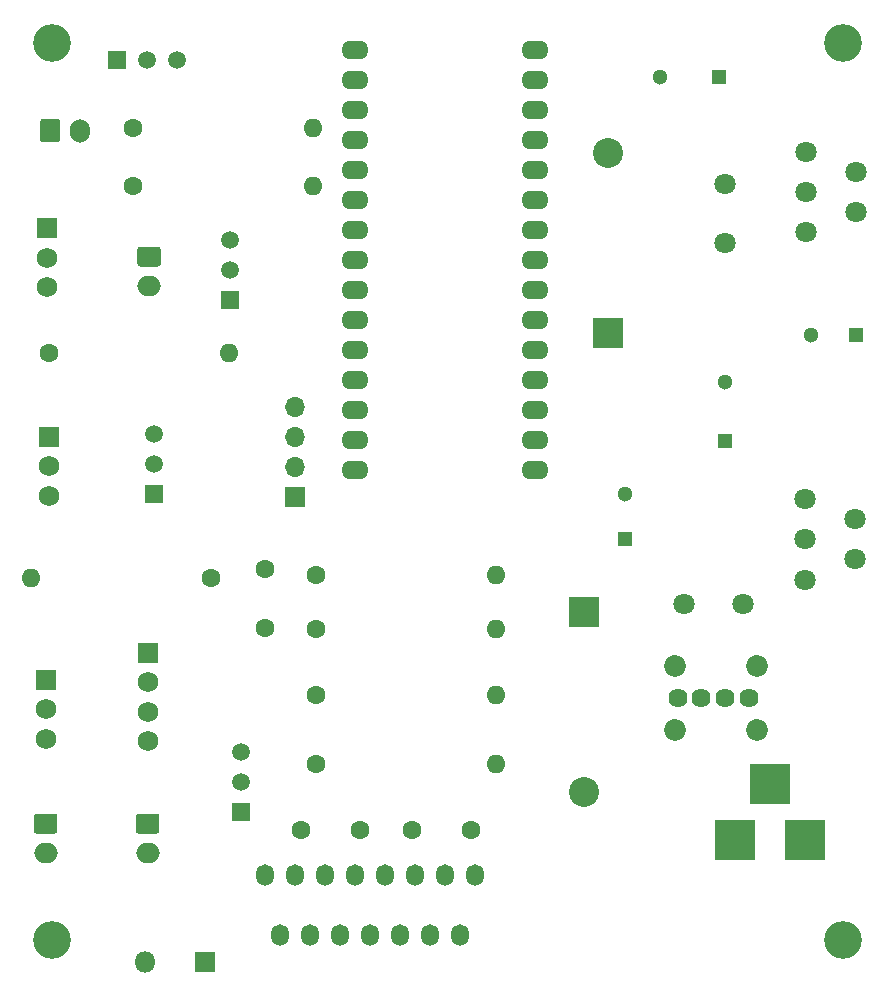
<source format=gbr>
%TF.GenerationSoftware,KiCad,Pcbnew,5.1.7-a382d34a8~88~ubuntu20.04.1*%
%TF.CreationDate,2020-11-25T22:11:35+00:00*%
%TF.ProjectId,flypi,666c7970-692e-46b6-9963-61645f706362,rev?*%
%TF.SameCoordinates,Original*%
%TF.FileFunction,Soldermask,Top*%
%TF.FilePolarity,Negative*%
%FSLAX46Y46*%
G04 Gerber Fmt 4.6, Leading zero omitted, Abs format (unit mm)*
G04 Created by KiCad (PCBNEW 5.1.7-a382d34a8~88~ubuntu20.04.1) date 2020-11-25 22:11:35*
%MOMM*%
%LPD*%
G01*
G04 APERTURE LIST*
%ADD10C,3.200000*%
%ADD11C,1.520000*%
%ADD12R,1.520000X1.520000*%
%ADD13O,2.300000X1.600000*%
%ADD14R,1.300000X1.300000*%
%ADD15C,1.300000*%
%ADD16R,3.500120X3.500120*%
%ADD17C,2.540000*%
%ADD18R,2.540000X2.540000*%
%ADD19C,1.800860*%
%ADD20C,1.800000*%
%ADD21O,1.524000X1.824000*%
%ADD22C,1.620000*%
%ADD23C,1.850000*%
%ADD24R,1.800000X1.800000*%
%ADD25O,1.800000X1.800000*%
%ADD26R,1.700000X1.700000*%
%ADD27O,1.700000X1.700000*%
%ADD28C,1.600000*%
%ADD29O,1.600000X1.600000*%
%ADD30R,1.750000X1.750000*%
%ADD31C,1.750000*%
%ADD32O,2.000000X1.700000*%
%ADD33O,1.700000X2.000000*%
G04 APERTURE END LIST*
D10*
%TO.C, *%
X109500000Y-53500000D03*
%TD*%
D11*
%TO.C,Q2*%
X117540000Y-55000000D03*
X120080000Y-55000000D03*
D12*
X115000000Y-55000000D03*
%TD*%
D13*
%TO.C,U5*%
X135128000Y-54102000D03*
X135128000Y-56642000D03*
X135128000Y-59182000D03*
X135128000Y-61722000D03*
X135128000Y-64262000D03*
X135128000Y-66802000D03*
X135128000Y-69342000D03*
X135128000Y-71882000D03*
X135128000Y-74422000D03*
X135128000Y-76962000D03*
X135128000Y-79502000D03*
X135128000Y-82042000D03*
X135128000Y-84582000D03*
X135128000Y-87122000D03*
X135128000Y-89662000D03*
X150368000Y-89662000D03*
X150368000Y-87122000D03*
X150368000Y-84582000D03*
X150368000Y-82042000D03*
X150368000Y-79502000D03*
X150368000Y-76962000D03*
X150368000Y-74422000D03*
X150368000Y-71882000D03*
X150368000Y-69342000D03*
X150368000Y-66802000D03*
X150368000Y-64262000D03*
X150368000Y-61722000D03*
X150368000Y-59182000D03*
X150368000Y-56642000D03*
X150368000Y-54102000D03*
%TD*%
D14*
%TO.C,C2*%
X165989000Y-56388000D03*
D15*
X160989000Y-56388000D03*
%TD*%
D14*
%TO.C,C1*%
X166497000Y-87249000D03*
D15*
X166497000Y-82249000D03*
%TD*%
D14*
%TO.C,C5*%
X177546000Y-78232000D03*
D15*
X173746000Y-78232000D03*
%TD*%
D14*
%TO.C,C6*%
X158000000Y-95500000D03*
D15*
X158000000Y-91700000D03*
%TD*%
D16*
%TO.C,CON1*%
X167299860Y-121000000D03*
X173299340Y-121000000D03*
X170299600Y-116301000D03*
%TD*%
D17*
%TO.C,D1*%
X154561960Y-116968220D03*
D18*
X154561960Y-101728220D03*
%TD*%
D17*
%TO.C,D3*%
X156588040Y-62863780D03*
D18*
X156588040Y-78103780D03*
%TD*%
D19*
%TO.C,L1*%
X166497000Y-65445640D03*
X166497000Y-70444360D03*
%TD*%
%TO.C,L2*%
X163000640Y-101000000D03*
X167999360Y-101000000D03*
%TD*%
D20*
%TO.C,U1*%
X173282500Y-95567500D03*
X173282500Y-98967500D03*
X173282500Y-92167500D03*
X177482500Y-93867500D03*
X177482500Y-97267500D03*
%TD*%
%TO.C,U2*%
X173346000Y-66167000D03*
X173346000Y-69567000D03*
X173346000Y-62767000D03*
X177546000Y-64467000D03*
X177546000Y-67867000D03*
%TD*%
D21*
%TO.C,U4*%
X145288000Y-123952000D03*
X144018000Y-129032000D03*
X142748000Y-123952000D03*
X141478000Y-129032000D03*
X140208000Y-123952000D03*
X138938000Y-129032000D03*
X137668000Y-123952000D03*
X136398000Y-129032000D03*
X135128000Y-123952000D03*
X133858000Y-129032000D03*
X132588000Y-123952000D03*
X131318000Y-129032000D03*
X130048000Y-123952000D03*
X128778000Y-129032000D03*
X127508000Y-123952000D03*
%TD*%
D22*
%TO.C,J12*%
X168500000Y-109000000D03*
X166500000Y-109000000D03*
X164500000Y-109000000D03*
D23*
X169230000Y-111720000D03*
D22*
X162500000Y-109000000D03*
D23*
X162230000Y-111720000D03*
X169230000Y-106280000D03*
X162230000Y-106280000D03*
%TD*%
D24*
%TO.C,R1*%
X122428000Y-131318000D03*
D25*
X117348000Y-131318000D03*
%TD*%
D11*
%TO.C,Q3*%
X124587000Y-72771000D03*
X124587000Y-70231000D03*
D12*
X124587000Y-75311000D03*
%TD*%
D11*
%TO.C,Q1*%
X125476000Y-116078000D03*
X125476000Y-113538000D03*
D12*
X125476000Y-118618000D03*
%TD*%
D11*
%TO.C,Q4*%
X118110000Y-89154000D03*
X118110000Y-86614000D03*
D12*
X118110000Y-91694000D03*
%TD*%
D26*
%TO.C,P9*%
X130048000Y-91948000D03*
D27*
X130048000Y-89408000D03*
X130048000Y-86868000D03*
X130048000Y-84328000D03*
%TD*%
D28*
%TO.C,R7*%
X131826000Y-98552000D03*
D29*
X147066000Y-98552000D03*
%TD*%
D28*
%TO.C,R8*%
X131826000Y-103124000D03*
D29*
X147066000Y-103124000D03*
%TD*%
D28*
%TO.C,R9*%
X131826000Y-108712000D03*
D29*
X147066000Y-108712000D03*
%TD*%
D28*
%TO.C,R3*%
X131826000Y-114554000D03*
D29*
X147066000Y-114554000D03*
%TD*%
D28*
%TO.C,R5*%
X109220000Y-79756000D03*
D29*
X124460000Y-79756000D03*
%TD*%
D28*
%TO.C,1k1*%
X122936000Y-98806000D03*
D29*
X107696000Y-98806000D03*
%TD*%
D28*
%TO.C,R4*%
X116332000Y-65659000D03*
D29*
X131572000Y-65659000D03*
%TD*%
D28*
%TO.C,R2*%
X116332000Y-60706000D03*
D29*
X131572000Y-60706000D03*
%TD*%
D10*
%TO.C,*%
X109500000Y-129500000D03*
%TD*%
D28*
%TO.C,C7*%
X130556000Y-120142000D03*
X135556000Y-120142000D03*
%TD*%
%TO.C,C10*%
X139954000Y-120142000D03*
X144954000Y-120142000D03*
%TD*%
D30*
%TO.C,P4*%
X108966000Y-107442000D03*
D31*
X108966000Y-109942000D03*
X108966000Y-112442000D03*
%TD*%
D28*
%TO.C,C8*%
X127508000Y-98044000D03*
X127508000Y-103044000D03*
%TD*%
D30*
%TO.C,P10*%
X117602000Y-105156000D03*
D31*
X117602000Y-107656000D03*
X117602000Y-110156000D03*
X117602000Y-112656000D03*
%TD*%
D30*
%TO.C,P8*%
X109093000Y-69215000D03*
D31*
X109093000Y-71715000D03*
X109093000Y-74215000D03*
%TD*%
D30*
%TO.C,P7*%
X109220000Y-86868000D03*
D31*
X109220000Y-89368000D03*
X109220000Y-91868000D03*
%TD*%
D10*
%TO.C,*%
X176500000Y-53500000D03*
%TD*%
%TO.C,*%
X176500000Y-129500000D03*
%TD*%
%TO.C,P1*%
G36*
G01*
X116852000Y-118784000D02*
X118352000Y-118784000D01*
G75*
G02*
X118602000Y-119034000I0J-250000D01*
G01*
X118602000Y-120234000D01*
G75*
G02*
X118352000Y-120484000I-250000J0D01*
G01*
X116852000Y-120484000D01*
G75*
G02*
X116602000Y-120234000I0J250000D01*
G01*
X116602000Y-119034000D01*
G75*
G02*
X116852000Y-118784000I250000J0D01*
G01*
G37*
D32*
X117602000Y-122134000D03*
%TD*%
%TO.C,P3*%
X108966000Y-122134000D03*
G36*
G01*
X108216000Y-118784000D02*
X109716000Y-118784000D01*
G75*
G02*
X109966000Y-119034000I0J-250000D01*
G01*
X109966000Y-120234000D01*
G75*
G02*
X109716000Y-120484000I-250000J0D01*
G01*
X108216000Y-120484000D01*
G75*
G02*
X107966000Y-120234000I0J250000D01*
G01*
X107966000Y-119034000D01*
G75*
G02*
X108216000Y-118784000I250000J0D01*
G01*
G37*
%TD*%
D33*
%TO.C,P5*%
X111847000Y-60960000D03*
G36*
G01*
X108497000Y-61710000D02*
X108497000Y-60210000D01*
G75*
G02*
X108747000Y-59960000I250000J0D01*
G01*
X109947000Y-59960000D01*
G75*
G02*
X110197000Y-60210000I0J-250000D01*
G01*
X110197000Y-61710000D01*
G75*
G02*
X109947000Y-61960000I-250000J0D01*
G01*
X108747000Y-61960000D01*
G75*
G02*
X108497000Y-61710000I0J250000D01*
G01*
G37*
%TD*%
%TO.C,P6*%
G36*
G01*
X116979000Y-70778000D02*
X118479000Y-70778000D01*
G75*
G02*
X118729000Y-71028000I0J-250000D01*
G01*
X118729000Y-72228000D01*
G75*
G02*
X118479000Y-72478000I-250000J0D01*
G01*
X116979000Y-72478000D01*
G75*
G02*
X116729000Y-72228000I0J250000D01*
G01*
X116729000Y-71028000D01*
G75*
G02*
X116979000Y-70778000I250000J0D01*
G01*
G37*
D32*
X117729000Y-74128000D03*
%TD*%
M02*

</source>
